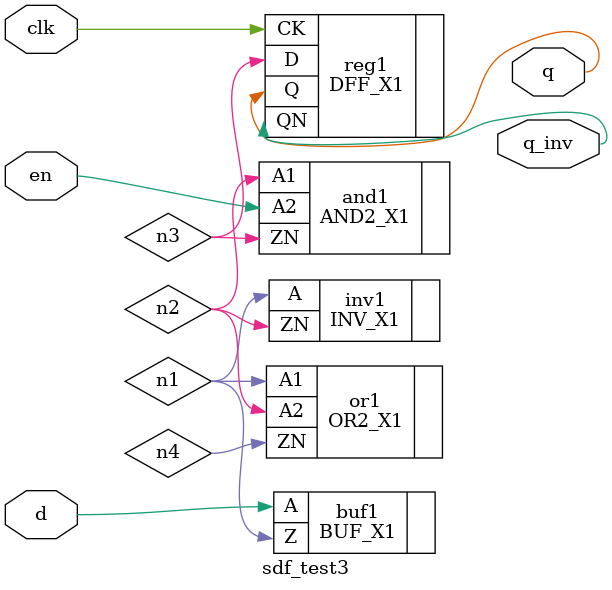
<source format=v>
module sdf_test3 (clk, d, en, q, q_inv);
  input clk, d, en;
  output q, q_inv;
  wire n1, n2, n3, n4;

  BUF_X1 buf1 (.A(d), .Z(n1));
  INV_X1 inv1 (.A(n1), .ZN(n2));
  AND2_X1 and1 (.A1(n2), .A2(en), .ZN(n3));
  OR2_X1 or1 (.A1(n1), .A2(n2), .ZN(n4));
  DFF_X1 reg1 (.D(n3), .CK(clk), .Q(q), .QN(q_inv));
endmodule

</source>
